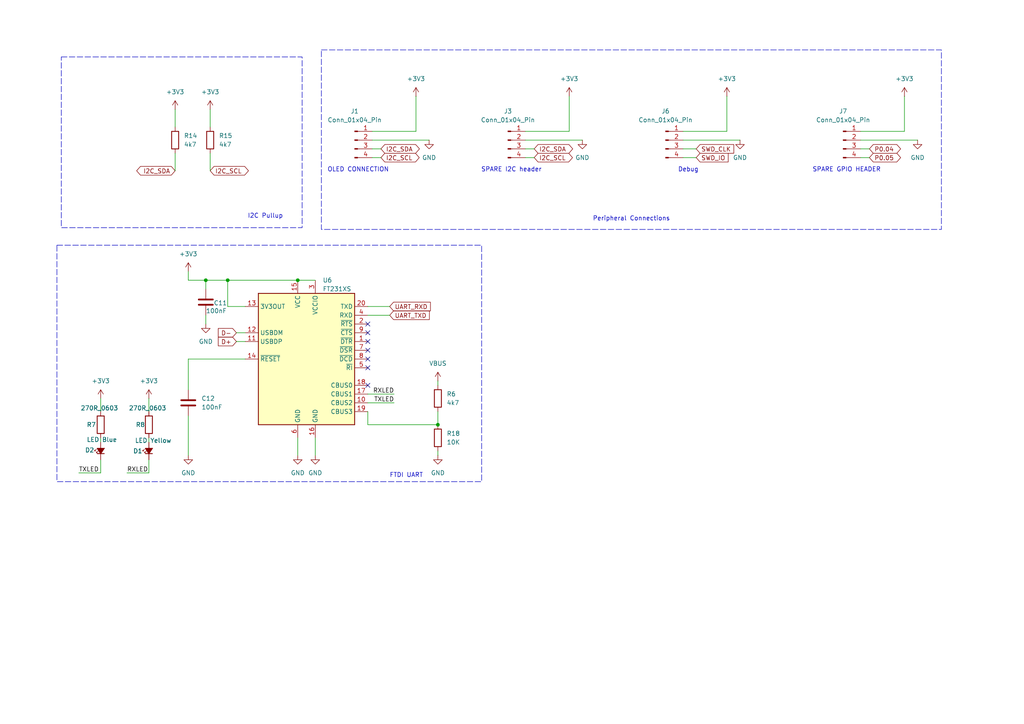
<source format=kicad_sch>
(kicad_sch (version 20250114) (generator "eeschema") (generator_version "9.0")
  (paper "A4")
  (title_block (title "LoRa Hub"))
  (lib_symbols
    (symbol "Device:C" (pin_numbers (hide yes)) (pin_names (offset 0.254))
      (property "Reference" "C" (at 0.635 2.54 0))
      (property "Value" "C" (at 0.635 -2.54 0))
      (symbol "C_0_1"
        (polyline (pts (xy -2.032 0.762) (xy 2.032 0.762)) (stroke (width 0.508)))
        (polyline (pts (xy -2.032 -0.762) (xy 2.032 -0.762)) (stroke (width 0.508)))
      )
      (symbol "C_1_1"
        (pin passive line (at 0 3.81 270) (length 2.794) (name "~") (number "1"))
        (pin passive line (at 0 -3.81 90) (length 2.794) (name "~") (number "2"))
      )
    )
    (symbol "Device:R" (pin_numbers (hide yes)) (pin_names (offset 0))
      (property "Reference" "R" (at 2.032 0 90))
      (property "Value" "R" (at 0 0 90))
      (symbol "R_0_1"
        (rectangle (start -1.016 -2.54) (end 1.016 2.54) (stroke (width 0.254)))
      )
      (symbol "R_1_1"
        (pin passive line (at 0 3.81 270) (length 1.27) (name "~") (number "1"))
        (pin passive line (at 0 -3.81 90) (length 1.27) (name "~") (number "2"))
      )
    )
    (symbol "Library:+3V3" (power) (pin_numbers (hide yes)) (pin_names (offset 0) (hide yes))
      (property "Value" "+3V3" (at 0 3.556 0))
      (symbol "+3V3_0_1"
        (polyline (pts (xy -0.762 1.27) (xy 0 2.54)))
        (polyline (pts (xy 0 2.54) (xy 0.762 1.27)))
        (polyline (pts (xy 0 0) (xy 0 2.54)))
      )
      (symbol "+3V3_1_1"
        (pin power_in line (at 0 0 90) (length 0) (name "~") (number "1"))
      )
    )
    (symbol "Library:100nF_0603_25V_X5R" (pin_numbers (hide yes)) (pin_names (offset 0.254))
      (property "Reference" "C" (at 0.635 2.54 0))
      (property "Value" "100nF" (at 0.635 -2.54 0))
      (symbol "100nF_0603_25V_X5R_0_1"
        (polyline (pts (xy -2.032 0.762) (xy 2.032 0.762)) (stroke (width 0.508)))
        (polyline (pts (xy -2.032 -0.762) (xy 2.032 -0.762)) (stroke (width 0.508)))
      )
      (symbol "100nF_0603_25V_X5R_1_1"
        (pin passive line (at 0 3.81 270) (length 2.794) (name "~") (number "1"))
        (pin passive line (at 0 -3.81 90) (length 2.794) (name "~") (number "2"))
      )
    )
    (symbol "Library:270R_0603" (pin_numbers (hide yes))
      (property "Reference" "R" (at -6.35 -1.27 90))
      (property "Value" "270R_0603" (at -3.81 -5.08 90))
      (symbol "270R_0603_0_1"
        (rectangle (start -1.016 2.54) (end 1.016 -2.54) (stroke (width 0.254)))
      )
      (symbol "270R_0603_1_1"
        (pin passive line (at 0 3.81 270) (length 1.27) (name "~") (number "1"))
        (pin passive line (at 0 -3.81 90) (length 1.27) (name "~") (number "2"))
      )
    )
    (symbol "Library:Conn_01x04_Pin" (pin_names (offset 1.016) (hide yes))
      (property "Reference" "J" (at 0 5.08 0))
      (property "Value" "Conn_01x04_Pin" (at 0 -7.62 0))
      (symbol "Conn_01x04_Pin_1_1"
        (rectangle (start 0.8636 2.667) (end 0 2.413) (stroke (width 0.1524)) (fill (type outline)))
        (rectangle (start 0.8636 0.127) (end 0 -0.127) (stroke (width 0.1524)) (fill (type outline)))
        (rectangle (start 0.8636 -2.413) (end 0 -2.667) (stroke (width 0.1524)) (fill (type outline)))
        (rectangle (start 0.8636 -4.953) (end 0 -5.207) (stroke (width 0.1524)) (fill (type outline)))
        (polyline (pts (xy 1.27 2.54) (xy 0.8636 2.54)) (stroke (width 0.1524)))
        (polyline (pts (xy 1.27 0) (xy 0.8636 0)) (stroke (width 0.1524)))
        (polyline (pts (xy 1.27 -2.54) (xy 0.8636 -2.54)) (stroke (width 0.1524)))
        (polyline (pts (xy 1.27 -5.08) (xy 0.8636 -5.08)) (stroke (width 0.1524)))
        (pin passive line (at 5.08 2.54 180) (length 3.81) (name "Pin_1") (number "1"))
        (pin passive line (at 5.08 0 180) (length 3.81) (name "Pin_2") (number "2"))
        (pin passive line (at 5.08 -2.54 180) (length 3.81) (name "Pin_3") (number "3"))
        (pin passive line (at 5.08 -5.08 180) (length 3.81) (name "Pin_4") (number "4"))
      )
    )
    (symbol "Library:FT231XS"
      (property "Reference" "U" (at -13.97 20.32 0))
      (property "Value" "FT231XS" (at 7.62 20.32 0))
      (symbol "FT231XS_0_1"
        (rectangle (start -13.97 19.05) (end 13.97 -19.05) (stroke (width 0.254)) (fill (type background)))
      )
      (symbol "FT231XS_1_1"
        (pin power_out line (at -17.78 15.24 0) (length 3.81) (name "3V3OUT") (number "13"))
        (pin bidirectional line (at -17.78 7.62 0) (length 3.81) (name "USBDM") (number "12"))
        (pin bidirectional line (at -17.78 5.08 0) (length 3.81) (name "USBDP") (number "11"))
        (pin input line (at -17.78 0 0) (length 3.81) (name "~{RESET}") (number "14"))
        (pin power_in line (at -2.54 22.86 270) (length 3.81) (name "VCC") (number "15"))
        (pin power_in line (at -2.54 -22.86 90) (length 3.81) (name "GND") (number "6"))
        (pin power_in line (at 2.54 22.86 270) (length 3.81) (name "VCCIO") (number "3"))
        (pin power_in line (at 2.54 -22.86 90) (length 3.81) (name "GND") (number "16"))
        (pin output line (at 17.78 15.24 180) (length 3.81) (name "TXD") (number "20"))
        (pin input line (at 17.78 12.7 180) (length 3.81) (name "RXD") (number "4"))
        (pin output line (at 17.78 10.16 180) (length 3.81) (name "~{RTS}") (number "2"))
        (pin input line (at 17.78 7.62 180) (length 3.81) (name "~{CTS}") (number "9"))
        (pin output line (at 17.78 5.08 180) (length 3.81) (name "~{DTR}") (number "1"))
        (pin input line (at 17.78 2.54 180) (length 3.81) (name "~{DSR}") (number "7"))
        (pin input line (at 17.78 0 180) (length 3.81) (name "~{DCD}") (number "8"))
        (pin input line (at 17.78 -2.54 180) (length 3.81) (name "~{RI}") (number "5"))
        (pin bidirectional line (at 17.78 -7.62 180) (length 3.81) (name "CBUS0") (number "18"))
        (pin bidirectional line (at 17.78 -10.16 180) (length 3.81) (name "CBUS1") (number "17"))
        (pin bidirectional line (at 17.78 -12.7 180) (length 3.81) (name "CBUS2") (number "10"))
        (pin bidirectional line (at 17.78 -15.24 180) (length 3.81) (name "CBUS3") (number "19"))
      )
    )
    (symbol "Library:GND" (power) (pin_numbers (hide yes)) (pin_names (offset 0) (hide yes))
      (property "Value" "GND" (at 0 -3.81 0))
      (symbol "GND_0_1"
        (polyline (pts (xy 0 0) (xy 0 -1.27) (xy 1.27 -1.27) (xy 0 -2.54) (xy -1.27 -1.27) (xy 0 -1.27)))
      )
      (symbol "GND_1_1"
        (pin power_in line (at 0 0 270) (length 0) (name "~") (number "1"))
      )
    )
    (symbol "Library:LED_Green_0805" (pin_numbers (hide yes)) (pin_names (offset 0.254) (hide yes))
      (property "Reference" "D" (at -1.27 3.175 0))
      (property "Value" "LED Green" (at -4.445 -2.54 0))
      (symbol "LED_Green_0805_0_1"
        (polyline (pts (xy -0.762 -1.016) (xy -0.762 1.016)) (stroke (width 0.254)))
        (polyline (pts (xy 0 0.762) (xy -0.508 1.27) (xy -0.254 1.27) (xy -0.508 1.27) (xy -0.508 1.016)))
        (polyline (pts (xy 0.508 1.27) (xy 0 1.778) (xy 0.254 1.778) (xy 0 1.778) (xy 0 1.524)))
        (polyline (pts (xy 0.762 -1.016) (xy -0.762 0) (xy 0.762 1.016) (xy 0.762 -1.016)) (stroke (width 0.254)) (fill (type outline)))
        (polyline (pts (xy 1.016 0) (xy -0.762 0)))
      )
      (symbol "LED_Green_0805_1_1"
        (pin passive line (at -2.54 0 0) (length 1.778) (name "K") (number "1"))
        (pin passive line (at 2.54 0 180) (length 1.778) (name "A") (number "2"))
      )
    )
    (symbol "Library:R" (pin_numbers (hide yes)) (pin_names (offset 0))
      (property "Reference" "R" (at 2.032 0 90))
      (property "Value" "R" (at 0 0 90))
      (symbol "R_0_1"
        (rectangle (start -1.016 -2.54) (end 1.016 2.54) (stroke (width 0.254)))
      )
      (symbol "R_1_1"
        (pin passive line (at 0 3.81 270) (length 1.27) (name "~") (number "1"))
        (pin passive line (at 0 -3.81 90) (length 1.27) (name "~") (number "2"))
      )
    )
  )
  (rectangle (start 17.78 16.51) (end 87.63 66.04) (stroke (width 0) (type dash)))
  (rectangle (start 93.218 14.478) (end 273.05 66.548) (stroke (width 0) (type dash)))
  (rectangle (start 16.51 71.12) (end 139.7 139.7) (stroke (width 0) (type dash)))
  (text "Debug" (at 199.644 49.276 0) (effects (font (size 1.27 1.27))))
  (text "FTDI UART" (at 117.856 137.922 0) (effects (font (size 1.27 1.27))))
  (text "SPARE GPIO HEADER" (at 245.5617 49.276 0) (effects (font (size 1.27 1.27))))
  (text "I2C Pullup" (at 76.962 62.738 0) (effects (font (size 1.27 1.27))))
  (text "OLED CONNECTION" (at 103.886 49.276 0) (effects (font (size 1.27 1.27))))
  (text "Peripheral Connections" (at 183.134 63.5 0) (effects (font (size 1.27 1.27))))
  (text "SPARE I2C header\n" (at 148.336 49.276 0) (effects (font (size 1.27 1.27))))
  (junction (at 66.04 81.28))
  (junction (at 127 123.19))
  (junction (at 59.69 81.28))
  (junction (at 86.36 81.28))
  (no_connect (at 106.68 106.68))
  (no_connect (at 106.68 99.06))
  (no_connect (at 106.68 101.6))
  (no_connect (at 106.68 111.76))
  (no_connect (at 106.68 93.98))
  (no_connect (at 106.68 104.14))
  (no_connect (at 106.68 96.52))
  (wire (pts (xy 127 119.38) (xy 127 123.19)))
  (wire (pts (xy 106.68 114.3) (xy 114.3 114.3)))
  (wire (pts (xy 29.21 115.57) (xy 29.21 119.38)))
  (wire (pts (xy 165.1 38.1) (xy 152.4 38.1)))
  (wire (pts (xy 36.83 137.16) (xy 43.18 137.16)))
  (wire (pts (xy 54.61 78.74) (xy 54.61 81.28)))
  (wire (pts (xy 66.04 88.9) (xy 66.04 81.28)))
  (wire (pts (xy 249.6257 45.72) (xy 252.1657 45.72)))
  (wire (pts (xy 71.12 88.9) (xy 66.04 88.9)))
  (wire (pts (xy 152.4 40.64) (xy 168.91 40.64)))
  (wire (pts (xy 86.36 81.28) (xy 91.44 81.28)))
  (wire (pts (xy 59.69 81.28) (xy 59.69 83.82)))
  (wire (pts (xy 29.21 133.35) (xy 29.21 137.16)))
  (wire (pts (xy 106.68 119.38) (xy 106.68 123.19)))
  (wire (pts (xy 210.82 38.1) (xy 198.12 38.1)))
  (wire (pts (xy 54.61 104.14) (xy 71.12 104.14)))
  (wire (pts (xy 106.68 123.19) (xy 127 123.19)))
  (wire (pts (xy 106.68 88.9) (xy 113.03 88.9)))
  (wire (pts (xy 50.8 44.45) (xy 50.8 49.53)))
  (wire (pts (xy 54.61 81.28) (xy 59.69 81.28)))
  (wire (pts (xy 107.95 45.72) (xy 110.49 45.72)))
  (wire (pts (xy 120.65 27.94) (xy 120.65 38.1)))
  (wire (pts (xy 22.86 137.16) (xy 29.21 137.16)))
  (wire (pts (xy 54.61 104.14) (xy 54.61 113.03)))
  (wire (pts (xy 86.36 127) (xy 86.36 132.08)))
  (wire (pts (xy 198.12 40.64) (xy 214.63 40.64)))
  (wire (pts (xy 262.3257 38.1) (xy 249.6257 38.1)))
  (wire (pts (xy 107.95 40.64) (xy 124.46 40.64)))
  (wire (pts (xy 60.96 31.75) (xy 60.96 36.83)))
  (wire (pts (xy 198.12 45.72) (xy 201.93 45.72)))
  (wire (pts (xy 50.8 31.75) (xy 50.8 36.83)))
  (wire (pts (xy 43.18 127) (xy 43.18 128.27)))
  (wire (pts (xy 43.18 115.57) (xy 43.18 119.38)))
  (wire (pts (xy 59.69 91.44) (xy 59.69 93.98)))
  (wire (pts (xy 120.65 38.1) (xy 107.95 38.1)))
  (wire (pts (xy 68.58 96.52) (xy 71.12 96.52)))
  (wire (pts (xy 127 132.08) (xy 127 130.81)))
  (wire (pts (xy 29.21 127) (xy 29.21 128.27)))
  (wire (pts (xy 198.12 43.18) (xy 201.93 43.18)))
  (wire (pts (xy 54.61 120.65) (xy 54.61 132.08)))
  (wire (pts (xy 66.04 81.28) (xy 86.36 81.28)))
  (wire (pts (xy 91.44 127) (xy 91.44 132.08)))
  (wire (pts (xy 60.96 44.45) (xy 60.96 49.53)))
  (wire (pts (xy 152.4 45.72) (xy 154.94 45.72)))
  (wire (pts (xy 107.95 43.18) (xy 110.49 43.18)))
  (wire (pts (xy 43.18 133.35) (xy 43.18 137.16)))
  (wire (pts (xy 68.58 99.06) (xy 71.12 99.06)))
  (wire (pts (xy 106.68 116.84) (xy 114.3 116.84)))
  (wire (pts (xy 59.69 81.28) (xy 66.04 81.28)))
  (wire (pts (xy 165.1 27.94) (xy 165.1 38.1)))
  (wire (pts (xy 106.68 91.44) (xy 113.03 91.44)))
  (wire (pts (xy 127 110.49) (xy 127 111.76)))
  (wire (pts (xy 210.82 27.94) (xy 210.82 38.1)))
  (wire (pts (xy 249.6257 43.18) (xy 252.1657 43.18)))
  (wire (pts (xy 262.3257 27.94) (xy 262.3257 38.1)))
  (wire (pts (xy 152.4 43.18) (xy 154.94 43.18)))
  (wire (pts (xy 249.6257 40.64) (xy 266.1357 40.64)))
  (label "TXLED" (at 114.3 116.84 180))
  (label "RXLED" (at 114.3 114.3 180))
  (label "RXLED" (at 36.83 137.16 0))
  (label "TXLED" (at 22.86 137.16 0))
  (global_label "P0.04" (shape bidirectional) (at 252.1657 43.18 0) (property "Intersheetrefs" "${INTERSHEET_REFS}" (effects (hide yes))))
  (global_label "I2C_SDA" (shape bidirectional) (at 50.8 49.53 180) (property "Intersheetrefs" "${INTERSHEET_REFS}" (effects (hide yes))))
  (global_label "UART_TXD" (shape input) (at 113.03 91.44 0) (property "Intersheetrefs" "${INTERSHEET_REFS}" (effects (hide yes))))
  (global_label "I2C_SDA" (shape bidirectional) (at 154.94 43.18 0) (property "Intersheetrefs" "${INTERSHEET_REFS}" (effects (hide yes))))
  (global_label "D+" (shape input) (at 68.58 99.06 180) (property "Intersheetrefs" "${INTERSHEET_REFS}" (effects (hide yes))))
  (global_label "SWD_IO" (shape input) (at 201.93 45.72 0) (property "Intersheetrefs" "${INTERSHEET_REFS}" (effects (hide yes))))
  (global_label "I2C_SCL" (shape bidirectional) (at 60.96 49.53 0) (property "Intersheetrefs" "${INTERSHEET_REFS}" (effects (hide yes))))
  (global_label "SWD_CLK" (shape input) (at 201.93 43.18 0) (property "Intersheetrefs" "${INTERSHEET_REFS}" (effects (hide yes))))
  (global_label "P0.05" (shape bidirectional) (at 252.1657 45.72 0) (property "Intersheetrefs" "${INTERSHEET_REFS}" (effects (hide yes))))
  (global_label "D-" (shape input) (at 68.58 96.52 180) (property "Intersheetrefs" "${INTERSHEET_REFS}" (effects (hide yes))))
  (global_label "I2C_SCL" (shape bidirectional) (at 110.49 45.72 0) (property "Intersheetrefs" "${INTERSHEET_REFS}" (effects (hide yes))))
  (global_label "I2C_SDA" (shape bidirectional) (at 110.49 43.18 0) (property "Intersheetrefs" "${INTERSHEET_REFS}" (effects (hide yes))))
  (global_label "UART_RXD" (shape input) (at 113.03 88.9 0) (property "Intersheetrefs" "${INTERSHEET_REFS}" (effects (hide yes))))
  (global_label "I2C_SCL" (shape bidirectional) (at 154.94 45.72 0) (property "Intersheetrefs" "${INTERSHEET_REFS}" (effects (hide yes))))
  (symbol (lib_id "Library:+3V3") (at 60.96 31.75 0) (unit 1)
    (property "Reference" "#PWR049" (effects (hide yes)))
    (property "Value" "+3V3" (at 60.96 26.67 0))
    (property "Description" "Power symbol creates a global label with name \"+3V3\"" (effects (hide yes)))
  )
  (symbol (lib_id "Library:+3V3") (at 50.8 31.75 0) (unit 1)
    (property "Reference" "#PWR048" (effects (hide yes)))
    (property "Value" "+3V3" (at 50.8 26.67 0))
    (property "Description" "Power symbol creates a global label with name \"+3V3\"" (effects (hide yes)))
  )
  (symbol (lib_id "Library:Conn_01x04_Pin") (at 193.04 40.64 0) (unit 1)
    (property "Reference" "J6" (at 193.04 32.258 0))
    (property "Value" "Conn_01x04_Pin" (at 193.04 34.798 0))
    (property "Footprint" "Connector_PinHeader_2.54mm:PinHeader_1x04_P2.54mm_Vertical" (effects (hide yes)))
    (property "Description" "Generic connector, single row, 01x04, script generated" (effects (hide yes)))
  )
  (symbol (lib_id "Library:R") (at 50.8 40.64 0) (unit 1)
    (property "Reference" "R14" (at 53.34 39.3699 0) (effects (justify left)))
    (property "Value" "4k7" (at 53.34 41.9099 0) (effects (justify left)))
    (property "Footprint" "Project_Footprints:R_0402_1005Metric_Pad0.72x0.64mm_HandSolder" (effects (hide yes)))
    (property "Description" "Resistor" (effects (hide yes)))
    (property "MFR1" "Wurth" (effects (hide yes)))
    (property "MPN1" "560112110245" (effects (hide yes)))
    (property "MFR2" "Panasonic" (effects (hide yes)))
    (property "MPN2" "ERJ-S02F4701X" (effects (hide yes)))
    (property "Mfr1" "Wurth" (effects (hide yes)))
  )
  (symbol (lib_id "Library:GND") (at 54.61 132.08 0) (mirror y) (unit 1)
    (property "Reference" "#PWR071" (effects (hide yes)))
    (property "Value" "GND" (at 54.61 137.16 0))
    (property "Description" "Power symbol creates a global label with name \"GND\" , ground" (effects (hide yes)))
  )
  (symbol (lib_id "Device:C") (at 54.61 116.84 0) (unit 1)
    (property "Reference" "C12" (at 58.42 115.5699 0) (effects (justify left)))
    (property "Value" "100nF" (at 58.42 118.1099 0) (effects (justify left)))
    (property "Footprint" "Capacitor_SMD:C_0603_1608Metric" (effects (hide yes)))
    (property "Description" "Unpolarized capacitor" (effects (hide yes)))
  )
  (symbol (lib_id "Library:GND") (at 91.44 132.08 0) (mirror y) (unit 1)
    (property "Reference" "#PWR069" (effects (hide yes)))
    (property "Value" "GND" (at 91.44 137.16 0))
    (property "Description" "Power symbol creates a global label with name \"GND\" , ground" (effects (hide yes)))
  )
  (symbol (lib_id "Library:Conn_01x04_Pin") (at 147.32 40.64 0) (unit 1)
    (property "Reference" "J3" (at 147.32 32.258 0))
    (property "Value" "Conn_01x04_Pin" (at 147.32 34.798 0))
    (property "Footprint" "Connector_PinHeader_2.54mm:PinHeader_1x04_P2.54mm_Vertical" (effects (hide yes)))
    (property "Description" "Generic connector, single row, 01x04, script generated" (effects (hide yes)))
  )
  (symbol (lib_id "Library:GND") (at 266.1357 40.64 0) (unit 1)
    (property "Reference" "#PWR083" (effects (hide yes)))
    (property "Value" "GND" (at 266.1357 45.72 0))
    (property "Description" "Power symbol creates a global label with name \"GND\" , ground" (effects (hide yes)))
  )
  (symbol (lib_id "Library:270R_0603") (at 29.21 123.19 0) (unit 1)
    (property "Reference" "R7" (at 25.146 123.19 0) (effects (justify left)))
    (property "Value" "270R_0603" (at 23.368 118.364 0) (effects (justify left)))
    (property "Footprint" "Project_Footprints:R_0603_1608Metric" (effects (hide yes)))
    (property "Description" "Resistor 270R, 0603, 1%, 150V, 250mW, Thick Film" (effects (hide yes)))
    (property "Status" "Preferred" (effects (hide yes)))
    (property "Mfr1" "Panasonic" (effects (hide yes)))
    (property "MPN1" "ERJ-UP3F2700V" (effects (hide yes)))
    (property "Mfr2" "Panasonic" (effects (hide yes)))
    (property "MPN2" "ERJ-PA3F2700V" (effects (hide yes)))
  )
  (symbol (lib_id "Library:+3V3") (at 210.82 27.94 0) (unit 1)
    (property "Reference" "#PWR050" (effects (hide yes)))
    (property "Value" "+3V3" (at 210.82 22.86 0))
    (property "Description" "Power symbol creates a global label with name \"+3V3\"" (effects (hide yes)))
  )
  (symbol (lib_id "Library:+3V3") (at 165.1 27.94 0) (unit 1)
    (property "Reference" "#PWR012" (effects (hide yes)))
    (property "Value" "+3V3" (at 165.1 22.86 0))
    (property "Description" "Power symbol creates a global label with name \"+3V3\"" (effects (hide yes)))
  )
  (symbol (lib_id "Library:100nF_0603_25V_X5R") (at 59.69 87.63 180) (unit 1)
    (property "Reference" "C11" (at 61.976 87.884 0) (effects (justify right)))
    (property "Value" "100nF" (at 59.69 90.17 0) (effects (justify right)))
    (property "Footprint" "Project_Footprints:C_0603_1608Metric" (effects (hide yes)))
    (property "Description" "100nF, 0603, ceramic capacitor, 25V, X5R, 10%" (effects (hide yes)))
    (property "Status" "Specific" (effects (hide yes)))
    (property "Mfr1" "Kyocera AVX" (effects (hide yes)))
    (property "MPN1" "06033D104KAT2A" (effects (hide yes)))
    (property "Mfr2" "---" (effects (hide yes)))
    (property "MPN2" "---" (effects (hide yes)))
  )
  (symbol (lib_id "Device:R") (at 127 115.57 0) (unit 1)
    (property "Reference" "R6" (at 129.54 114.2999 0) (effects (justify left)))
    (property "Value" "4k7" (at 129.54 116.8399 0) (effects (justify left)))
    (property "Footprint" "Resistor_SMD:R_0603_1608Metric" (effects (hide yes)))
    (property "Description" "Resistor" (effects (hide yes)))
  )
  (symbol (lib_id "Library:+3V3") (at 43.18 115.57 0) (unit 1)
    (property "Reference" "#PWR056" (effects (hide yes)))
    (property "Value" "+3V3" (at 43.18 110.49 0))
    (property "Description" "Power symbol creates a global label with name \"+3V3\"" (effects (hide yes)))
  )
  (symbol (lib_id "Library:GND") (at 214.63 40.64 0) (unit 1)
    (property "Reference" "#PWR077" (effects (hide yes)))
    (property "Value" "GND" (at 214.63 45.72 0))
    (property "Description" "Power symbol creates a global label with name \"GND\" , ground" (effects (hide yes)))
  )
  (symbol (lib_id "Library:LED_Green_0805") (at 43.18 130.81 90) (unit 1)
    (property "Reference" "D1" (at 38.608 130.81 90) (effects (justify right)))
    (property "Value" "LED Yellow" (at 39.116 127.762 90) (effects (justify right)))
    (property "Footprint" "Project_Footprints:LED_0805" (effects (hide yes)))
    (property "Datasheet" "https://www.kingbrightusa.com/images/catalog/SPEC/APTD2012LSYCK.pdf" (effects (hide yes)))
    (property "Description" "Light emitting diode Yellow 0805 2mA" (effects (hide yes)))
    (property "Mfr1" "Kingbright" (effects (hide yes)))
    (property "MPN1" "APTD2012LSYCK" (effects (hide yes)))
  )
  (symbol (lib_id "Library:GND") (at 127 132.08 0) (mirror y) (unit 1)
    (property "Reference" "#PWR078" (effects (hide yes)))
    (property "Value" "GND" (at 127 137.16 0))
    (property "Description" "Power symbol creates a global label with name \"GND\" , ground" (effects (hide yes)))
  )
  (symbol (lib_id "Library:+3V3") (at 262.3257 27.94 0) (unit 1)
    (property "Reference" "#PWR082" (effects (hide yes)))
    (property "Value" "+3V3" (at 262.3257 22.86 0))
    (property "Description" "Power symbol creates a global label with name \"+3V3\"" (effects (hide yes)))
  )
  (symbol (lib_id "Library:+3V3") (at 54.61 78.74 0) (unit 1)
    (property "Reference" "#PWR024" (effects (hide yes)))
    (property "Value" "+3V3" (at 54.61 73.66 0))
    (property "Description" "Power symbol creates a global label with name \"+3V3\"" (effects (hide yes)))
  )
  (symbol (lib_id "Library:LED_Green_0805") (at 29.21 130.81 90) (unit 1)
    (property "Reference" "D2" (at 24.638 130.556 90) (effects (justify right)))
    (property "Value" "LED Blue" (at 25.146 127.508 90) (effects (justify right)))
    (property "Footprint" "Project_Footprints:LED_0805" (effects (hide yes)))
    (property "Description" "Light emitting diode Blue 0805 2mA" (effects (hide yes)))
    (property "Mfr1" "Kingbright" (effects (hide yes)))
    (property "MPN1" "APTD2012LQBC/D" (effects (hide yes)))
  )
  (symbol (lib_id "Library:GND") (at 124.46 40.64 0) (unit 1)
    (property "Reference" "#PWR07" (effects (hide yes)))
    (property "Value" "GND" (at 124.46 45.72 0))
    (property "Description" "Power symbol creates a global label with name \"GND\" , ground" (effects (hide yes)))
  )
  (symbol (lib_id "Library:270R_0603") (at 43.18 123.19 0) (unit 1)
    (property "Reference" "R8" (at 39.37 123.19 0) (effects (justify left)))
    (property "Value" "270R_0603" (at 37.338 118.364 0) (effects (justify left)))
    (property "Footprint" "Project_Footprints:R_0603_1608Metric" (effects (hide yes)))
    (property "Description" "Resistor 270R, 0603, 1%, 150V, 250mW, Thick Film" (effects (hide yes)))
    (property "Status" "Preferred" (effects (hide yes)))
    (property "Mfr1" "Panasonic" (effects (hide yes)))
    (property "MPN1" "ERJ-UP3F2700V" (effects (hide yes)))
    (property "Mfr2" "Panasonic" (effects (hide yes)))
    (property "MPN2" "ERJ-PA3F2700V" (effects (hide yes)))
  )
  (symbol (lib_id "Library:FT231XS") (at 88.9 104.14 0) (unit 1)
    (property "Reference" "U6" (at 93.5833 81.28 0) (effects (justify left)))
    (property "Value" "FT231XS" (at 93.5833 83.82 0) (effects (justify left)))
    (property "Footprint" "Project_Footprints:SSOP-20_3.9x8.7mm_P0.635mm" (effects (hide yes)))
    (property "Datasheet" "https://www.ftdichip.com/Support/Documents/DataSheets/ICs/DS_FT231X.pdf" (effects (hide yes)))
    (property "Description" "Full Speed USB to Full Handshake UART, SSOP-20" (effects (hide yes)))
    (property "MPN1" "FT231XS" (effects (hide yes)))
    (property "Mfr1" "FTDI Chip" (effects (hide yes)))
  )
  (symbol (lib_id "Library:+3V3") (at 120.65 27.94 0) (unit 1)
    (property "Reference" "#PWR06" (effects (hide yes)))
    (property "Value" "+3V3" (at 120.65 22.86 0))
    (property "Description" "Power symbol creates a global label with name \"+3V3\"" (effects (hide yes)))
  )
  (symbol (lib_id "Library:Conn_01x04_Pin") (at 244.5457 40.64 0) (unit 1)
    (property "Reference" "J7" (at 244.5457 32.258 0))
    (property "Value" "Conn_01x04_Pin" (at 244.5457 34.798 0))
    (property "Footprint" "Connector_PinHeader_2.54mm:PinHeader_1x04_P2.54mm_Vertical" (effects (hide yes)))
    (property "Description" "Generic connector, single row, 01x04, script generated" (effects (hide yes)))
  )
  (symbol (lib_id "Library:GND") (at 59.69 93.98 0) (mirror y) (unit 1)
    (property "Reference" "#PWR025" (effects (hide yes)))
    (property "Value" "GND" (at 59.69 99.06 0))
    (property "Description" "Power symbol creates a global label with name \"GND\" , ground" (effects (hide yes)))
  )
  (symbol (lib_id "Library:GND") (at 86.36 132.08 0) (mirror y) (unit 1)
    (property "Reference" "#PWR057" (effects (hide yes)))
    (property "Value" "GND" (at 86.36 137.16 0))
    (property "Description" "Power symbol creates a global label with name \"GND\" , ground" (effects (hide yes)))
  )
  (symbol (lib_id "Library:Conn_01x04_Pin") (at 102.87 40.64 0) (unit 1)
    (property "Reference" "J1" (at 102.87 32.258 0))
    (property "Value" "Conn_01x04_Pin" (at 102.87 34.798 0))
    (property "Footprint" "Connector_PinHeader_2.54mm:PinHeader_1x04_P2.54mm_Vertical" (effects (hide yes)))
    (property "Description" "Generic connector, single row, 01x04, script generated" (effects (hide yes)))
  )
  (symbol (lib_id "Library:+3V3") (at 29.21 115.57 0) (unit 1)
    (property "Reference" "#PWR018" (effects (hide yes)))
    (property "Value" "+3V3" (at 29.21 110.49 0))
    (property "Description" "Power symbol creates a global label with name \"+3V3\"" (effects (hide yes)))
  )
  (symbol (lib_id "Library:R") (at 60.96 40.64 0) (unit 1)
    (property "Reference" "R15" (at 63.5 39.3699 0) (effects (justify left)))
    (property "Value" "4k7" (at 63.5 41.9099 0) (effects (justify left)))
    (property "Footprint" "Project_Footprints:R_0402_1005Metric_Pad0.72x0.64mm_HandSolder" (effects (hide yes)))
    (property "Description" "Resistor" (effects (hide yes)))
    (property "MFR1" "Wurth" (effects (hide yes)))
    (property "MPN1" "560112110245" (effects (hide yes)))
    (property "MFR2" "Panasonic" (effects (hide yes)))
    (property "MPN2" "ERJ-S02F4701X" (effects (hide yes)))
    (property "Mfr1" "Wurth" (effects (hide yes)))
  )
  (symbol (lib_id "Library:+3V3") (at 127 110.49 0) (unit 1)
    (property "Reference" "#PWR079" (effects (hide yes)))
    (property "Value" "VBUS" (at 127 105.41 0))
    (property "Description" "Power symbol creates a global label with name \"+3V3\"" (effects (hide yes)))
  )
  (symbol (lib_id "Library:GND") (at 168.91 40.64 0) (unit 1)
    (property "Reference" "#PWR014" (effects (hide yes)))
    (property "Value" "GND" (at 168.91 45.72 0))
    (property "Description" "Power symbol creates a global label with name \"GND\" , ground" (effects (hide yes)))
  )
  (symbol (lib_id "Device:R") (at 127 127 0) (unit 1)
    (property "Reference" "R18" (at 129.54 125.7299 0) (effects (justify left)))
    (property "Value" "10K" (at 129.54 128.2699 0) (effects (justify left)))
    (property "Footprint" "Resistor_SMD:R_0603_1608Metric" (effects (hide yes)))
    (property "Description" "Resistor" (effects (hide yes)))
  )
)
</source>
